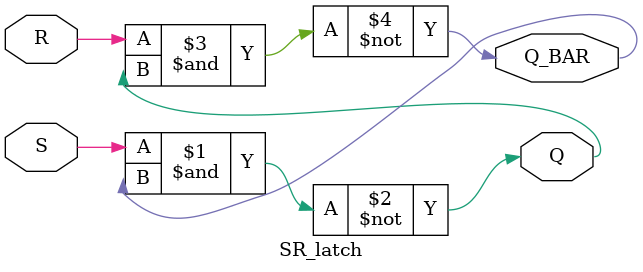
<source format=v>

module SR_latch(S,R,Q,Q_BAR);
input S;
input R;
output Q;
output Q_BAR;
reg Q;
reg Q_BAR;
assign Q = ~(S & Q_BAR);
assign Q_BAR = ~(R & Q);
endmodule
</source>
